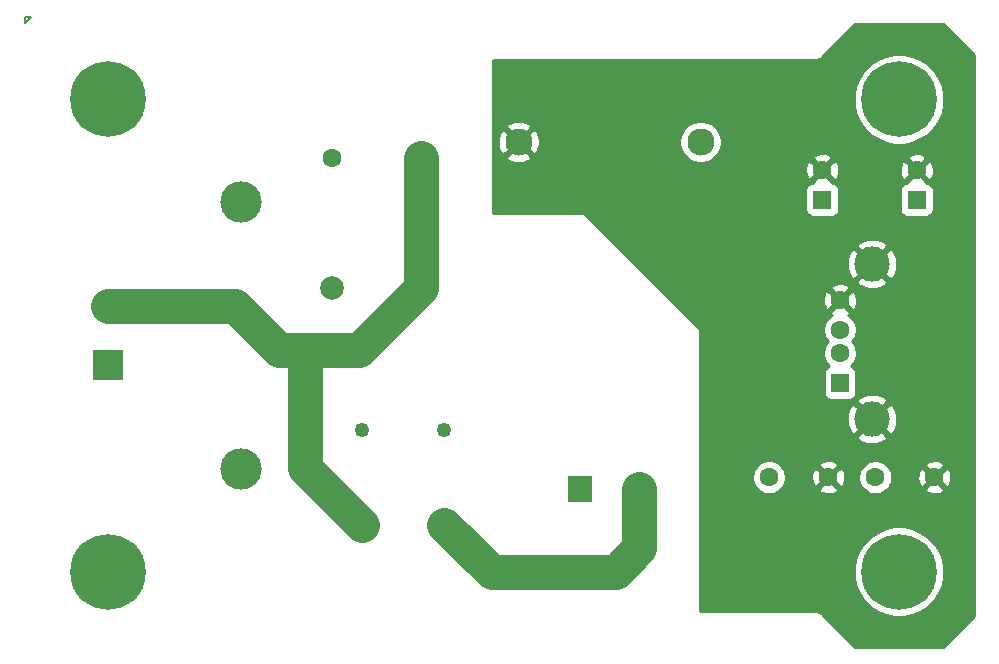
<source format=gbr>
%TF.GenerationSoftware,KiCad,Pcbnew,(5.1.7)-1*%
%TF.CreationDate,2021-03-19T19:49:46+01:00*%
%TF.ProjectId,LowNoise5V,4c6f774e-6f69-4736-9535-562e6b696361,rev?*%
%TF.SameCoordinates,Original*%
%TF.FileFunction,Copper,L1,Top*%
%TF.FilePolarity,Positive*%
%FSLAX46Y46*%
G04 Gerber Fmt 4.6, Leading zero omitted, Abs format (unit mm)*
G04 Created by KiCad (PCBNEW (5.1.7)-1) date 2021-03-19 19:49:46*
%MOMM*%
%LPD*%
G01*
G04 APERTURE LIST*
%TA.AperFunction,ComponentPad*%
%ADD10R,2.600000X2.600000*%
%TD*%
%TA.AperFunction,ComponentPad*%
%ADD11C,2.600000*%
%TD*%
%TA.AperFunction,ComponentPad*%
%ADD12C,3.500000*%
%TD*%
%TA.AperFunction,ComponentPad*%
%ADD13C,1.600000*%
%TD*%
%TA.AperFunction,ComponentPad*%
%ADD14R,1.500000X1.600000*%
%TD*%
%TA.AperFunction,ComponentPad*%
%ADD15C,3.000000*%
%TD*%
%TA.AperFunction,ComponentPad*%
%ADD16C,2.300000*%
%TD*%
%TA.AperFunction,ComponentPad*%
%ADD17R,2.000000X2.300000*%
%TD*%
%TA.AperFunction,ComponentPad*%
%ADD18C,6.400000*%
%TD*%
%TA.AperFunction,ComponentPad*%
%ADD19C,0.800000*%
%TD*%
%TA.AperFunction,ComponentPad*%
%ADD20C,1.250000*%
%TD*%
%TA.AperFunction,ComponentPad*%
%ADD21R,1.600000X1.600000*%
%TD*%
%TA.AperFunction,ComponentPad*%
%ADD22C,2.000000*%
%TD*%
%TA.AperFunction,Conductor*%
%ADD23C,0.200000*%
%TD*%
%TA.AperFunction,Conductor*%
%ADD24C,3.000000*%
%TD*%
%TA.AperFunction,Conductor*%
%ADD25C,0.254000*%
%TD*%
%TA.AperFunction,Conductor*%
%ADD26C,0.100000*%
%TD*%
G04 APERTURE END LIST*
D10*
%TO.P,J2,1*%
%TO.N,AC_Line*%
X7000000Y-29500000D03*
D11*
%TO.P,J2,2*%
%TO.N,AC_Neutral*%
X7000000Y-24500000D03*
%TD*%
D12*
%TO.P,F1,2*%
%TO.N,AC_Line*%
X18250000Y-15700000D03*
%TO.P,F1,1*%
%TO.N,Net-(C1-Pad1)*%
X18250000Y-38300000D03*
%TD*%
D13*
%TO.P,J1,4*%
%TO.N,GND*%
X69000000Y-24000000D03*
%TO.P,J1,3*%
%TO.N,Net-(J1-Pad3)*%
X69000000Y-26500000D03*
%TO.P,J1,2*%
%TO.N,Net-(J1-Pad2)*%
X69000000Y-28500000D03*
D14*
%TO.P,J1,1*%
%TO.N,+5V*%
X69000000Y-31000000D03*
D15*
%TO.P,J1,5*%
%TO.N,GND*%
X71710000Y-20930000D03*
X71710000Y-34070000D03*
%TD*%
D16*
%TO.P,PS1,4*%
%TO.N,+5V*%
X57200000Y-10600000D03*
%TO.P,PS1,2*%
%TO.N,Net-(FL1-Pad3)*%
X52000000Y-40000000D03*
D17*
%TO.P,PS1,1*%
%TO.N,Net-(FL1-Pad2)*%
X47000000Y-40000000D03*
D16*
%TO.P,PS1,3*%
%TO.N,GND*%
X41800000Y-10600000D03*
%TD*%
D18*
%TO.P,REF\u002A\u002A,1*%
%TO.N,N/C*%
X74000000Y-7000000D03*
D19*
X76400000Y-7000000D03*
X75697056Y-8697056D03*
X74000000Y-9400000D03*
X72302944Y-8697056D03*
X71600000Y-7000000D03*
X72302944Y-5302944D03*
X74000000Y-4600000D03*
X75697056Y-5302944D03*
%TD*%
%TO.P,REF\u002A\u002A,1*%
%TO.N,N/C*%
X75697056Y-45302944D03*
X74000000Y-44600000D03*
X72302944Y-45302944D03*
X71600000Y-47000000D03*
X72302944Y-48697056D03*
X74000000Y-49400000D03*
X75697056Y-48697056D03*
X76400000Y-47000000D03*
D18*
X74000000Y-47000000D03*
%TD*%
%TO.P,REF\u002A\u002A,1*%
%TO.N,N/C*%
X7000000Y-47000000D03*
D19*
X9400000Y-47000000D03*
X8697056Y-48697056D03*
X7000000Y-49400000D03*
X5302944Y-48697056D03*
X4600000Y-47000000D03*
X5302944Y-45302944D03*
X7000000Y-44600000D03*
X8697056Y-45302944D03*
%TD*%
%TO.P,REF\u002A\u002A,1*%
%TO.N,N/C*%
X8697056Y-5302944D03*
X7000000Y-4600000D03*
X5302944Y-5302944D03*
X4600000Y-7000000D03*
X5302944Y-8697056D03*
X7000000Y-9400000D03*
X8697056Y-8697056D03*
X9400000Y-7000000D03*
D18*
X7000000Y-7000000D03*
%TD*%
D20*
%TO.P,FL1,4*%
%TO.N,AC_Neutral*%
X28500000Y-43000000D03*
%TO.P,FL1,3*%
%TO.N,Net-(FL1-Pad3)*%
X35500000Y-43000000D03*
%TO.P,FL1,2*%
%TO.N,Net-(FL1-Pad2)*%
X35500000Y-35000000D03*
%TO.P,FL1,1*%
%TO.N,Net-(C1-Pad1)*%
X28500000Y-35000000D03*
%TD*%
D13*
%TO.P,RV1,2*%
%TO.N,AC_Neutral*%
X33500000Y-12000000D03*
%TO.P,RV1,1*%
%TO.N,Net-(C1-Pad1)*%
X26000000Y-12000000D03*
%TD*%
%TO.P,C3,2*%
%TO.N,GND*%
X67500000Y-13000000D03*
D21*
%TO.P,C3,1*%
%TO.N,+5V*%
X67500000Y-15500000D03*
%TD*%
D22*
%TO.P,C1,2*%
%TO.N,AC_Neutral*%
X33500000Y-23000000D03*
%TO.P,C1,1*%
%TO.N,Net-(C1-Pad1)*%
X26000000Y-23000000D03*
%TD*%
D13*
%TO.P,C5,2*%
%TO.N,GND*%
X77000000Y-39000000D03*
%TO.P,C5,1*%
%TO.N,+5V*%
X72000000Y-39000000D03*
%TD*%
%TO.P,C4,2*%
%TO.N,GND*%
X68000000Y-39000000D03*
%TO.P,C4,1*%
%TO.N,+5V*%
X63000000Y-39000000D03*
%TD*%
%TO.P,C2,2*%
%TO.N,GND*%
X75500000Y-13000000D03*
D21*
%TO.P,C2,1*%
%TO.N,+5V*%
X75500000Y-15500000D03*
%TD*%
D23*
%TO.N,*%
X0Y0D02*
X0Y-500000D01*
X500000Y0D02*
X0Y0D01*
X0Y-500000D02*
X500000Y0D01*
D24*
%TO.N,AC_Neutral*%
X7000000Y-24500000D02*
X17750000Y-24500000D01*
X17750000Y-24500000D02*
X21500000Y-28250000D01*
X33500000Y-12000000D02*
X33500000Y-23000000D01*
X33500000Y-23000000D02*
X28250000Y-28250000D01*
X28500000Y-43000000D02*
X23750000Y-38250000D01*
X23750000Y-38250000D02*
X23750000Y-28250000D01*
X23750000Y-28250000D02*
X21500000Y-28250000D01*
X28250000Y-28250000D02*
X23750000Y-28250000D01*
%TO.N,Net-(FL1-Pad3)*%
X52000000Y-40000000D02*
X52000000Y-45000000D01*
X52000000Y-45000000D02*
X50000000Y-47000000D01*
X39500000Y-47000000D02*
X35500000Y-43000000D01*
X50000000Y-47000000D02*
X39500000Y-47000000D01*
%TD*%
D25*
%TO.N,GND*%
X80340001Y-3273382D02*
X80340000Y-6967581D01*
X80340000Y-6967582D01*
X80340001Y-46967572D01*
X80340000Y-46967582D01*
X80340001Y-50726618D01*
X77726620Y-53340000D01*
X70273381Y-53340000D01*
X67489616Y-50556236D01*
X67468948Y-50531052D01*
X67368450Y-50448575D01*
X67253793Y-50387290D01*
X67129383Y-50349550D01*
X67032419Y-50340000D01*
X67032409Y-50340000D01*
X67000000Y-50336808D01*
X66967591Y-50340000D01*
X57127000Y-50340000D01*
X57127000Y-46622285D01*
X70165000Y-46622285D01*
X70165000Y-47377715D01*
X70312377Y-48118628D01*
X70601467Y-48816554D01*
X71021161Y-49444670D01*
X71555330Y-49978839D01*
X72183446Y-50398533D01*
X72881372Y-50687623D01*
X73622285Y-50835000D01*
X74377715Y-50835000D01*
X75118628Y-50687623D01*
X75816554Y-50398533D01*
X76444670Y-49978839D01*
X76978839Y-49444670D01*
X77398533Y-48816554D01*
X77687623Y-48118628D01*
X77835000Y-47377715D01*
X77835000Y-46622285D01*
X77687623Y-45881372D01*
X77398533Y-45183446D01*
X76978839Y-44555330D01*
X76444670Y-44021161D01*
X75816554Y-43601467D01*
X75118628Y-43312377D01*
X74377715Y-43165000D01*
X73622285Y-43165000D01*
X72881372Y-43312377D01*
X72183446Y-43601467D01*
X71555330Y-44021161D01*
X71021161Y-44555330D01*
X70601467Y-45183446D01*
X70312377Y-45881372D01*
X70165000Y-46622285D01*
X57127000Y-46622285D01*
X57127000Y-38858665D01*
X61565000Y-38858665D01*
X61565000Y-39141335D01*
X61620147Y-39418574D01*
X61728320Y-39679727D01*
X61885363Y-39914759D01*
X62085241Y-40114637D01*
X62320273Y-40271680D01*
X62581426Y-40379853D01*
X62858665Y-40435000D01*
X63141335Y-40435000D01*
X63418574Y-40379853D01*
X63679727Y-40271680D01*
X63914759Y-40114637D01*
X64036694Y-39992702D01*
X67186903Y-39992702D01*
X67258486Y-40236671D01*
X67513996Y-40357571D01*
X67788184Y-40426300D01*
X68070512Y-40440217D01*
X68350130Y-40398787D01*
X68616292Y-40303603D01*
X68741514Y-40236671D01*
X68813097Y-39992702D01*
X68000000Y-39179605D01*
X67186903Y-39992702D01*
X64036694Y-39992702D01*
X64114637Y-39914759D01*
X64271680Y-39679727D01*
X64379853Y-39418574D01*
X64435000Y-39141335D01*
X64435000Y-39070512D01*
X66559783Y-39070512D01*
X66601213Y-39350130D01*
X66696397Y-39616292D01*
X66763329Y-39741514D01*
X67007298Y-39813097D01*
X67820395Y-39000000D01*
X68179605Y-39000000D01*
X68992702Y-39813097D01*
X69236671Y-39741514D01*
X69357571Y-39486004D01*
X69426300Y-39211816D01*
X69440217Y-38929488D01*
X69429724Y-38858665D01*
X70565000Y-38858665D01*
X70565000Y-39141335D01*
X70620147Y-39418574D01*
X70728320Y-39679727D01*
X70885363Y-39914759D01*
X71085241Y-40114637D01*
X71320273Y-40271680D01*
X71581426Y-40379853D01*
X71858665Y-40435000D01*
X72141335Y-40435000D01*
X72418574Y-40379853D01*
X72679727Y-40271680D01*
X72914759Y-40114637D01*
X73036694Y-39992702D01*
X76186903Y-39992702D01*
X76258486Y-40236671D01*
X76513996Y-40357571D01*
X76788184Y-40426300D01*
X77070512Y-40440217D01*
X77350130Y-40398787D01*
X77616292Y-40303603D01*
X77741514Y-40236671D01*
X77813097Y-39992702D01*
X77000000Y-39179605D01*
X76186903Y-39992702D01*
X73036694Y-39992702D01*
X73114637Y-39914759D01*
X73271680Y-39679727D01*
X73379853Y-39418574D01*
X73435000Y-39141335D01*
X73435000Y-39070512D01*
X75559783Y-39070512D01*
X75601213Y-39350130D01*
X75696397Y-39616292D01*
X75763329Y-39741514D01*
X76007298Y-39813097D01*
X76820395Y-39000000D01*
X77179605Y-39000000D01*
X77992702Y-39813097D01*
X78236671Y-39741514D01*
X78357571Y-39486004D01*
X78426300Y-39211816D01*
X78440217Y-38929488D01*
X78398787Y-38649870D01*
X78303603Y-38383708D01*
X78236671Y-38258486D01*
X77992702Y-38186903D01*
X77179605Y-39000000D01*
X76820395Y-39000000D01*
X76007298Y-38186903D01*
X75763329Y-38258486D01*
X75642429Y-38513996D01*
X75573700Y-38788184D01*
X75559783Y-39070512D01*
X73435000Y-39070512D01*
X73435000Y-38858665D01*
X73379853Y-38581426D01*
X73271680Y-38320273D01*
X73114637Y-38085241D01*
X73036694Y-38007298D01*
X76186903Y-38007298D01*
X77000000Y-38820395D01*
X77813097Y-38007298D01*
X77741514Y-37763329D01*
X77486004Y-37642429D01*
X77211816Y-37573700D01*
X76929488Y-37559783D01*
X76649870Y-37601213D01*
X76383708Y-37696397D01*
X76258486Y-37763329D01*
X76186903Y-38007298D01*
X73036694Y-38007298D01*
X72914759Y-37885363D01*
X72679727Y-37728320D01*
X72418574Y-37620147D01*
X72141335Y-37565000D01*
X71858665Y-37565000D01*
X71581426Y-37620147D01*
X71320273Y-37728320D01*
X71085241Y-37885363D01*
X70885363Y-38085241D01*
X70728320Y-38320273D01*
X70620147Y-38581426D01*
X70565000Y-38858665D01*
X69429724Y-38858665D01*
X69398787Y-38649870D01*
X69303603Y-38383708D01*
X69236671Y-38258486D01*
X68992702Y-38186903D01*
X68179605Y-39000000D01*
X67820395Y-39000000D01*
X67007298Y-38186903D01*
X66763329Y-38258486D01*
X66642429Y-38513996D01*
X66573700Y-38788184D01*
X66559783Y-39070512D01*
X64435000Y-39070512D01*
X64435000Y-38858665D01*
X64379853Y-38581426D01*
X64271680Y-38320273D01*
X64114637Y-38085241D01*
X64036694Y-38007298D01*
X67186903Y-38007298D01*
X68000000Y-38820395D01*
X68813097Y-38007298D01*
X68741514Y-37763329D01*
X68486004Y-37642429D01*
X68211816Y-37573700D01*
X67929488Y-37559783D01*
X67649870Y-37601213D01*
X67383708Y-37696397D01*
X67258486Y-37763329D01*
X67186903Y-38007298D01*
X64036694Y-38007298D01*
X63914759Y-37885363D01*
X63679727Y-37728320D01*
X63418574Y-37620147D01*
X63141335Y-37565000D01*
X62858665Y-37565000D01*
X62581426Y-37620147D01*
X62320273Y-37728320D01*
X62085241Y-37885363D01*
X61885363Y-38085241D01*
X61728320Y-38320273D01*
X61620147Y-38581426D01*
X61565000Y-38858665D01*
X57127000Y-38858665D01*
X57127000Y-35561653D01*
X70397952Y-35561653D01*
X70553962Y-35877214D01*
X70928745Y-36068020D01*
X71333551Y-36182044D01*
X71752824Y-36214902D01*
X72170451Y-36165334D01*
X72570383Y-36035243D01*
X72866038Y-35877214D01*
X73022048Y-35561653D01*
X71710000Y-34249605D01*
X70397952Y-35561653D01*
X57127000Y-35561653D01*
X57127000Y-34112824D01*
X69565098Y-34112824D01*
X69614666Y-34530451D01*
X69744757Y-34930383D01*
X69902786Y-35226038D01*
X70218347Y-35382048D01*
X71530395Y-34070000D01*
X71889605Y-34070000D01*
X73201653Y-35382048D01*
X73517214Y-35226038D01*
X73708020Y-34851255D01*
X73822044Y-34446449D01*
X73854902Y-34027176D01*
X73805334Y-33609549D01*
X73675243Y-33209617D01*
X73517214Y-32913962D01*
X73201653Y-32757952D01*
X71889605Y-34070000D01*
X71530395Y-34070000D01*
X70218347Y-32757952D01*
X69902786Y-32913962D01*
X69711980Y-33288745D01*
X69597956Y-33693551D01*
X69565098Y-34112824D01*
X57127000Y-34112824D01*
X57127000Y-32578347D01*
X70397952Y-32578347D01*
X71710000Y-33890395D01*
X73022048Y-32578347D01*
X72866038Y-32262786D01*
X72491255Y-32071980D01*
X72086449Y-31957956D01*
X71667176Y-31925098D01*
X71249549Y-31974666D01*
X70849617Y-32104757D01*
X70553962Y-32262786D01*
X70397952Y-32578347D01*
X57127000Y-32578347D01*
X57127000Y-26500000D01*
X57124560Y-26475224D01*
X57117333Y-26451399D01*
X57105597Y-26429443D01*
X57089803Y-26410197D01*
X57038271Y-26358665D01*
X67565000Y-26358665D01*
X67565000Y-26641335D01*
X67620147Y-26918574D01*
X67728320Y-27179727D01*
X67885363Y-27414759D01*
X67970604Y-27500000D01*
X67885363Y-27585241D01*
X67728320Y-27820273D01*
X67620147Y-28081426D01*
X67565000Y-28358665D01*
X67565000Y-28641335D01*
X67620147Y-28918574D01*
X67728320Y-29179727D01*
X67885363Y-29414759D01*
X68063581Y-29592977D01*
X68005820Y-29610498D01*
X67895506Y-29669463D01*
X67798815Y-29748815D01*
X67719463Y-29845506D01*
X67660498Y-29955820D01*
X67624188Y-30075518D01*
X67611928Y-30200000D01*
X67611928Y-31800000D01*
X67624188Y-31924482D01*
X67660498Y-32044180D01*
X67719463Y-32154494D01*
X67798815Y-32251185D01*
X67895506Y-32330537D01*
X68005820Y-32389502D01*
X68125518Y-32425812D01*
X68250000Y-32438072D01*
X69750000Y-32438072D01*
X69874482Y-32425812D01*
X69994180Y-32389502D01*
X70104494Y-32330537D01*
X70201185Y-32251185D01*
X70280537Y-32154494D01*
X70339502Y-32044180D01*
X70375812Y-31924482D01*
X70388072Y-31800000D01*
X70388072Y-30200000D01*
X70375812Y-30075518D01*
X70339502Y-29955820D01*
X70280537Y-29845506D01*
X70201185Y-29748815D01*
X70104494Y-29669463D01*
X69994180Y-29610498D01*
X69936419Y-29592977D01*
X70114637Y-29414759D01*
X70271680Y-29179727D01*
X70379853Y-28918574D01*
X70435000Y-28641335D01*
X70435000Y-28358665D01*
X70379853Y-28081426D01*
X70271680Y-27820273D01*
X70114637Y-27585241D01*
X70029396Y-27500000D01*
X70114637Y-27414759D01*
X70271680Y-27179727D01*
X70379853Y-26918574D01*
X70435000Y-26641335D01*
X70435000Y-26358665D01*
X70379853Y-26081426D01*
X70271680Y-25820273D01*
X70114637Y-25585241D01*
X69914759Y-25385363D01*
X69714131Y-25251308D01*
X69741514Y-25236671D01*
X69813097Y-24992702D01*
X69000000Y-24179605D01*
X68186903Y-24992702D01*
X68258486Y-25236671D01*
X68287341Y-25250324D01*
X68085241Y-25385363D01*
X67885363Y-25585241D01*
X67728320Y-25820273D01*
X67620147Y-26081426D01*
X67565000Y-26358665D01*
X57038271Y-26358665D01*
X54750118Y-24070512D01*
X67559783Y-24070512D01*
X67601213Y-24350130D01*
X67696397Y-24616292D01*
X67763329Y-24741514D01*
X68007298Y-24813097D01*
X68820395Y-24000000D01*
X69179605Y-24000000D01*
X69992702Y-24813097D01*
X70236671Y-24741514D01*
X70357571Y-24486004D01*
X70426300Y-24211816D01*
X70440217Y-23929488D01*
X70398787Y-23649870D01*
X70303603Y-23383708D01*
X70236671Y-23258486D01*
X69992702Y-23186903D01*
X69179605Y-24000000D01*
X68820395Y-24000000D01*
X68007298Y-23186903D01*
X67763329Y-23258486D01*
X67642429Y-23513996D01*
X67573700Y-23788184D01*
X67559783Y-24070512D01*
X54750118Y-24070512D01*
X53686904Y-23007298D01*
X68186903Y-23007298D01*
X69000000Y-23820395D01*
X69813097Y-23007298D01*
X69741514Y-22763329D01*
X69486004Y-22642429D01*
X69211816Y-22573700D01*
X68929488Y-22559783D01*
X68649870Y-22601213D01*
X68383708Y-22696397D01*
X68258486Y-22763329D01*
X68186903Y-23007298D01*
X53686904Y-23007298D01*
X53101259Y-22421653D01*
X70397952Y-22421653D01*
X70553962Y-22737214D01*
X70928745Y-22928020D01*
X71333551Y-23042044D01*
X71752824Y-23074902D01*
X72170451Y-23025334D01*
X72570383Y-22895243D01*
X72866038Y-22737214D01*
X73022048Y-22421653D01*
X71710000Y-21109605D01*
X70397952Y-22421653D01*
X53101259Y-22421653D01*
X51652430Y-20972824D01*
X69565098Y-20972824D01*
X69614666Y-21390451D01*
X69744757Y-21790383D01*
X69902786Y-22086038D01*
X70218347Y-22242048D01*
X71530395Y-20930000D01*
X71889605Y-20930000D01*
X73201653Y-22242048D01*
X73517214Y-22086038D01*
X73708020Y-21711255D01*
X73822044Y-21306449D01*
X73854902Y-20887176D01*
X73805334Y-20469549D01*
X73675243Y-20069617D01*
X73517214Y-19773962D01*
X73201653Y-19617952D01*
X71889605Y-20930000D01*
X71530395Y-20930000D01*
X70218347Y-19617952D01*
X69902786Y-19773962D01*
X69711980Y-20148745D01*
X69597956Y-20553551D01*
X69565098Y-20972824D01*
X51652430Y-20972824D01*
X50117953Y-19438347D01*
X70397952Y-19438347D01*
X71710000Y-20750395D01*
X73022048Y-19438347D01*
X72866038Y-19122786D01*
X72491255Y-18931980D01*
X72086449Y-18817956D01*
X71667176Y-18785098D01*
X71249549Y-18834666D01*
X70849617Y-18964757D01*
X70553962Y-19122786D01*
X70397952Y-19438347D01*
X50117953Y-19438347D01*
X47339803Y-16660197D01*
X47320557Y-16644403D01*
X47298601Y-16632667D01*
X47274776Y-16625440D01*
X47250000Y-16623000D01*
X39627000Y-16623000D01*
X39627000Y-14700000D01*
X66061928Y-14700000D01*
X66061928Y-16300000D01*
X66074188Y-16424482D01*
X66110498Y-16544180D01*
X66169463Y-16654494D01*
X66248815Y-16751185D01*
X66345506Y-16830537D01*
X66455820Y-16889502D01*
X66575518Y-16925812D01*
X66700000Y-16938072D01*
X68300000Y-16938072D01*
X68424482Y-16925812D01*
X68544180Y-16889502D01*
X68654494Y-16830537D01*
X68751185Y-16751185D01*
X68830537Y-16654494D01*
X68889502Y-16544180D01*
X68925812Y-16424482D01*
X68938072Y-16300000D01*
X68938072Y-14700000D01*
X74061928Y-14700000D01*
X74061928Y-16300000D01*
X74074188Y-16424482D01*
X74110498Y-16544180D01*
X74169463Y-16654494D01*
X74248815Y-16751185D01*
X74345506Y-16830537D01*
X74455820Y-16889502D01*
X74575518Y-16925812D01*
X74700000Y-16938072D01*
X76300000Y-16938072D01*
X76424482Y-16925812D01*
X76544180Y-16889502D01*
X76654494Y-16830537D01*
X76751185Y-16751185D01*
X76830537Y-16654494D01*
X76889502Y-16544180D01*
X76925812Y-16424482D01*
X76938072Y-16300000D01*
X76938072Y-14700000D01*
X76925812Y-14575518D01*
X76889502Y-14455820D01*
X76830537Y-14345506D01*
X76751185Y-14248815D01*
X76654494Y-14169463D01*
X76544180Y-14110498D01*
X76424482Y-14074188D01*
X76300000Y-14061928D01*
X76292785Y-14061928D01*
X76313097Y-13992702D01*
X75500000Y-13179605D01*
X74686903Y-13992702D01*
X74707215Y-14061928D01*
X74700000Y-14061928D01*
X74575518Y-14074188D01*
X74455820Y-14110498D01*
X74345506Y-14169463D01*
X74248815Y-14248815D01*
X74169463Y-14345506D01*
X74110498Y-14455820D01*
X74074188Y-14575518D01*
X74061928Y-14700000D01*
X68938072Y-14700000D01*
X68925812Y-14575518D01*
X68889502Y-14455820D01*
X68830537Y-14345506D01*
X68751185Y-14248815D01*
X68654494Y-14169463D01*
X68544180Y-14110498D01*
X68424482Y-14074188D01*
X68300000Y-14061928D01*
X68292785Y-14061928D01*
X68313097Y-13992702D01*
X67500000Y-13179605D01*
X66686903Y-13992702D01*
X66707215Y-14061928D01*
X66700000Y-14061928D01*
X66575518Y-14074188D01*
X66455820Y-14110498D01*
X66345506Y-14169463D01*
X66248815Y-14248815D01*
X66169463Y-14345506D01*
X66110498Y-14455820D01*
X66074188Y-14575518D01*
X66061928Y-14700000D01*
X39627000Y-14700000D01*
X39627000Y-13070512D01*
X66059783Y-13070512D01*
X66101213Y-13350130D01*
X66196397Y-13616292D01*
X66263329Y-13741514D01*
X66507298Y-13813097D01*
X67320395Y-13000000D01*
X67679605Y-13000000D01*
X68492702Y-13813097D01*
X68736671Y-13741514D01*
X68857571Y-13486004D01*
X68926300Y-13211816D01*
X68933265Y-13070512D01*
X74059783Y-13070512D01*
X74101213Y-13350130D01*
X74196397Y-13616292D01*
X74263329Y-13741514D01*
X74507298Y-13813097D01*
X75320395Y-13000000D01*
X75679605Y-13000000D01*
X76492702Y-13813097D01*
X76736671Y-13741514D01*
X76857571Y-13486004D01*
X76926300Y-13211816D01*
X76940217Y-12929488D01*
X76898787Y-12649870D01*
X76803603Y-12383708D01*
X76736671Y-12258486D01*
X76492702Y-12186903D01*
X75679605Y-13000000D01*
X75320395Y-13000000D01*
X74507298Y-12186903D01*
X74263329Y-12258486D01*
X74142429Y-12513996D01*
X74073700Y-12788184D01*
X74059783Y-13070512D01*
X68933265Y-13070512D01*
X68940217Y-12929488D01*
X68898787Y-12649870D01*
X68803603Y-12383708D01*
X68736671Y-12258486D01*
X68492702Y-12186903D01*
X67679605Y-13000000D01*
X67320395Y-13000000D01*
X66507298Y-12186903D01*
X66263329Y-12258486D01*
X66142429Y-12513996D01*
X66073700Y-12788184D01*
X66059783Y-13070512D01*
X39627000Y-13070512D01*
X39627000Y-11842349D01*
X40737256Y-11842349D01*
X40851118Y-12122090D01*
X41166296Y-12277961D01*
X41505826Y-12369349D01*
X41856661Y-12392741D01*
X42205319Y-12347240D01*
X42538400Y-12234594D01*
X42748882Y-12122090D01*
X42862744Y-11842349D01*
X41800000Y-10779605D01*
X40737256Y-11842349D01*
X39627000Y-11842349D01*
X39627000Y-10656661D01*
X40007259Y-10656661D01*
X40052760Y-11005319D01*
X40165406Y-11338400D01*
X40277910Y-11548882D01*
X40557651Y-11662744D01*
X41620395Y-10600000D01*
X41979605Y-10600000D01*
X43042349Y-11662744D01*
X43322090Y-11548882D01*
X43477961Y-11233704D01*
X43569349Y-10894174D01*
X43592741Y-10543339D01*
X43577193Y-10424193D01*
X55415000Y-10424193D01*
X55415000Y-10775807D01*
X55483596Y-11120665D01*
X55618153Y-11445515D01*
X55813500Y-11737871D01*
X56062129Y-11986500D01*
X56354485Y-12181847D01*
X56679335Y-12316404D01*
X57024193Y-12385000D01*
X57375807Y-12385000D01*
X57720665Y-12316404D01*
X58045515Y-12181847D01*
X58306744Y-12007298D01*
X66686903Y-12007298D01*
X67500000Y-12820395D01*
X68313097Y-12007298D01*
X74686903Y-12007298D01*
X75500000Y-12820395D01*
X76313097Y-12007298D01*
X76241514Y-11763329D01*
X75986004Y-11642429D01*
X75711816Y-11573700D01*
X75429488Y-11559783D01*
X75149870Y-11601213D01*
X74883708Y-11696397D01*
X74758486Y-11763329D01*
X74686903Y-12007298D01*
X68313097Y-12007298D01*
X68241514Y-11763329D01*
X67986004Y-11642429D01*
X67711816Y-11573700D01*
X67429488Y-11559783D01*
X67149870Y-11601213D01*
X66883708Y-11696397D01*
X66758486Y-11763329D01*
X66686903Y-12007298D01*
X58306744Y-12007298D01*
X58337871Y-11986500D01*
X58586500Y-11737871D01*
X58781847Y-11445515D01*
X58916404Y-11120665D01*
X58985000Y-10775807D01*
X58985000Y-10424193D01*
X58916404Y-10079335D01*
X58781847Y-9754485D01*
X58586500Y-9462129D01*
X58337871Y-9213500D01*
X58045515Y-9018153D01*
X57720665Y-8883596D01*
X57375807Y-8815000D01*
X57024193Y-8815000D01*
X56679335Y-8883596D01*
X56354485Y-9018153D01*
X56062129Y-9213500D01*
X55813500Y-9462129D01*
X55618153Y-9754485D01*
X55483596Y-10079335D01*
X55415000Y-10424193D01*
X43577193Y-10424193D01*
X43547240Y-10194681D01*
X43434594Y-9861600D01*
X43322090Y-9651118D01*
X43042349Y-9537256D01*
X41979605Y-10600000D01*
X41620395Y-10600000D01*
X40557651Y-9537256D01*
X40277910Y-9651118D01*
X40122039Y-9966296D01*
X40030651Y-10305826D01*
X40007259Y-10656661D01*
X39627000Y-10656661D01*
X39627000Y-9357651D01*
X40737256Y-9357651D01*
X41800000Y-10420395D01*
X42862744Y-9357651D01*
X42748882Y-9077910D01*
X42433704Y-8922039D01*
X42094174Y-8830651D01*
X41743339Y-8807259D01*
X41394681Y-8852760D01*
X41061600Y-8965406D01*
X40851118Y-9077910D01*
X40737256Y-9357651D01*
X39627000Y-9357651D01*
X39627000Y-6622285D01*
X70165000Y-6622285D01*
X70165000Y-7377715D01*
X70312377Y-8118628D01*
X70601467Y-8816554D01*
X71021161Y-9444670D01*
X71555330Y-9978839D01*
X72183446Y-10398533D01*
X72881372Y-10687623D01*
X73622285Y-10835000D01*
X74377715Y-10835000D01*
X75118628Y-10687623D01*
X75816554Y-10398533D01*
X76444670Y-9978839D01*
X76978839Y-9444670D01*
X77398533Y-8816554D01*
X77687623Y-8118628D01*
X77835000Y-7377715D01*
X77835000Y-6622285D01*
X77687623Y-5881372D01*
X77398533Y-5183446D01*
X76978839Y-4555330D01*
X76444670Y-4021161D01*
X75816554Y-3601467D01*
X75118628Y-3312377D01*
X74377715Y-3165000D01*
X73622285Y-3165000D01*
X72881372Y-3312377D01*
X72183446Y-3601467D01*
X71555330Y-4021161D01*
X71021161Y-4555330D01*
X70601467Y-5183446D01*
X70312377Y-5881372D01*
X70165000Y-6622285D01*
X39627000Y-6622285D01*
X39627000Y-3660000D01*
X66967591Y-3660000D01*
X67000000Y-3663192D01*
X67032409Y-3660000D01*
X67032419Y-3660000D01*
X67129383Y-3650450D01*
X67253793Y-3612710D01*
X67368450Y-3551425D01*
X67468948Y-3468948D01*
X67489616Y-3443764D01*
X70273381Y-660000D01*
X77726620Y-660000D01*
X80340001Y-3273382D01*
%TA.AperFunction,Conductor*%
D26*
G36*
X80340001Y-3273382D02*
G01*
X80340000Y-6967581D01*
X80340000Y-6967582D01*
X80340001Y-46967572D01*
X80340000Y-46967582D01*
X80340001Y-50726618D01*
X77726620Y-53340000D01*
X70273381Y-53340000D01*
X67489616Y-50556236D01*
X67468948Y-50531052D01*
X67368450Y-50448575D01*
X67253793Y-50387290D01*
X67129383Y-50349550D01*
X67032419Y-50340000D01*
X67032409Y-50340000D01*
X67000000Y-50336808D01*
X66967591Y-50340000D01*
X57127000Y-50340000D01*
X57127000Y-46622285D01*
X70165000Y-46622285D01*
X70165000Y-47377715D01*
X70312377Y-48118628D01*
X70601467Y-48816554D01*
X71021161Y-49444670D01*
X71555330Y-49978839D01*
X72183446Y-50398533D01*
X72881372Y-50687623D01*
X73622285Y-50835000D01*
X74377715Y-50835000D01*
X75118628Y-50687623D01*
X75816554Y-50398533D01*
X76444670Y-49978839D01*
X76978839Y-49444670D01*
X77398533Y-48816554D01*
X77687623Y-48118628D01*
X77835000Y-47377715D01*
X77835000Y-46622285D01*
X77687623Y-45881372D01*
X77398533Y-45183446D01*
X76978839Y-44555330D01*
X76444670Y-44021161D01*
X75816554Y-43601467D01*
X75118628Y-43312377D01*
X74377715Y-43165000D01*
X73622285Y-43165000D01*
X72881372Y-43312377D01*
X72183446Y-43601467D01*
X71555330Y-44021161D01*
X71021161Y-44555330D01*
X70601467Y-45183446D01*
X70312377Y-45881372D01*
X70165000Y-46622285D01*
X57127000Y-46622285D01*
X57127000Y-38858665D01*
X61565000Y-38858665D01*
X61565000Y-39141335D01*
X61620147Y-39418574D01*
X61728320Y-39679727D01*
X61885363Y-39914759D01*
X62085241Y-40114637D01*
X62320273Y-40271680D01*
X62581426Y-40379853D01*
X62858665Y-40435000D01*
X63141335Y-40435000D01*
X63418574Y-40379853D01*
X63679727Y-40271680D01*
X63914759Y-40114637D01*
X64036694Y-39992702D01*
X67186903Y-39992702D01*
X67258486Y-40236671D01*
X67513996Y-40357571D01*
X67788184Y-40426300D01*
X68070512Y-40440217D01*
X68350130Y-40398787D01*
X68616292Y-40303603D01*
X68741514Y-40236671D01*
X68813097Y-39992702D01*
X68000000Y-39179605D01*
X67186903Y-39992702D01*
X64036694Y-39992702D01*
X64114637Y-39914759D01*
X64271680Y-39679727D01*
X64379853Y-39418574D01*
X64435000Y-39141335D01*
X64435000Y-39070512D01*
X66559783Y-39070512D01*
X66601213Y-39350130D01*
X66696397Y-39616292D01*
X66763329Y-39741514D01*
X67007298Y-39813097D01*
X67820395Y-39000000D01*
X68179605Y-39000000D01*
X68992702Y-39813097D01*
X69236671Y-39741514D01*
X69357571Y-39486004D01*
X69426300Y-39211816D01*
X69440217Y-38929488D01*
X69429724Y-38858665D01*
X70565000Y-38858665D01*
X70565000Y-39141335D01*
X70620147Y-39418574D01*
X70728320Y-39679727D01*
X70885363Y-39914759D01*
X71085241Y-40114637D01*
X71320273Y-40271680D01*
X71581426Y-40379853D01*
X71858665Y-40435000D01*
X72141335Y-40435000D01*
X72418574Y-40379853D01*
X72679727Y-40271680D01*
X72914759Y-40114637D01*
X73036694Y-39992702D01*
X76186903Y-39992702D01*
X76258486Y-40236671D01*
X76513996Y-40357571D01*
X76788184Y-40426300D01*
X77070512Y-40440217D01*
X77350130Y-40398787D01*
X77616292Y-40303603D01*
X77741514Y-40236671D01*
X77813097Y-39992702D01*
X77000000Y-39179605D01*
X76186903Y-39992702D01*
X73036694Y-39992702D01*
X73114637Y-39914759D01*
X73271680Y-39679727D01*
X73379853Y-39418574D01*
X73435000Y-39141335D01*
X73435000Y-39070512D01*
X75559783Y-39070512D01*
X75601213Y-39350130D01*
X75696397Y-39616292D01*
X75763329Y-39741514D01*
X76007298Y-39813097D01*
X76820395Y-39000000D01*
X77179605Y-39000000D01*
X77992702Y-39813097D01*
X78236671Y-39741514D01*
X78357571Y-39486004D01*
X78426300Y-39211816D01*
X78440217Y-38929488D01*
X78398787Y-38649870D01*
X78303603Y-38383708D01*
X78236671Y-38258486D01*
X77992702Y-38186903D01*
X77179605Y-39000000D01*
X76820395Y-39000000D01*
X76007298Y-38186903D01*
X75763329Y-38258486D01*
X75642429Y-38513996D01*
X75573700Y-38788184D01*
X75559783Y-39070512D01*
X73435000Y-39070512D01*
X73435000Y-38858665D01*
X73379853Y-38581426D01*
X73271680Y-38320273D01*
X73114637Y-38085241D01*
X73036694Y-38007298D01*
X76186903Y-38007298D01*
X77000000Y-38820395D01*
X77813097Y-38007298D01*
X77741514Y-37763329D01*
X77486004Y-37642429D01*
X77211816Y-37573700D01*
X76929488Y-37559783D01*
X76649870Y-37601213D01*
X76383708Y-37696397D01*
X76258486Y-37763329D01*
X76186903Y-38007298D01*
X73036694Y-38007298D01*
X72914759Y-37885363D01*
X72679727Y-37728320D01*
X72418574Y-37620147D01*
X72141335Y-37565000D01*
X71858665Y-37565000D01*
X71581426Y-37620147D01*
X71320273Y-37728320D01*
X71085241Y-37885363D01*
X70885363Y-38085241D01*
X70728320Y-38320273D01*
X70620147Y-38581426D01*
X70565000Y-38858665D01*
X69429724Y-38858665D01*
X69398787Y-38649870D01*
X69303603Y-38383708D01*
X69236671Y-38258486D01*
X68992702Y-38186903D01*
X68179605Y-39000000D01*
X67820395Y-39000000D01*
X67007298Y-38186903D01*
X66763329Y-38258486D01*
X66642429Y-38513996D01*
X66573700Y-38788184D01*
X66559783Y-39070512D01*
X64435000Y-39070512D01*
X64435000Y-38858665D01*
X64379853Y-38581426D01*
X64271680Y-38320273D01*
X64114637Y-38085241D01*
X64036694Y-38007298D01*
X67186903Y-38007298D01*
X68000000Y-38820395D01*
X68813097Y-38007298D01*
X68741514Y-37763329D01*
X68486004Y-37642429D01*
X68211816Y-37573700D01*
X67929488Y-37559783D01*
X67649870Y-37601213D01*
X67383708Y-37696397D01*
X67258486Y-37763329D01*
X67186903Y-38007298D01*
X64036694Y-38007298D01*
X63914759Y-37885363D01*
X63679727Y-37728320D01*
X63418574Y-37620147D01*
X63141335Y-37565000D01*
X62858665Y-37565000D01*
X62581426Y-37620147D01*
X62320273Y-37728320D01*
X62085241Y-37885363D01*
X61885363Y-38085241D01*
X61728320Y-38320273D01*
X61620147Y-38581426D01*
X61565000Y-38858665D01*
X57127000Y-38858665D01*
X57127000Y-35561653D01*
X70397952Y-35561653D01*
X70553962Y-35877214D01*
X70928745Y-36068020D01*
X71333551Y-36182044D01*
X71752824Y-36214902D01*
X72170451Y-36165334D01*
X72570383Y-36035243D01*
X72866038Y-35877214D01*
X73022048Y-35561653D01*
X71710000Y-34249605D01*
X70397952Y-35561653D01*
X57127000Y-35561653D01*
X57127000Y-34112824D01*
X69565098Y-34112824D01*
X69614666Y-34530451D01*
X69744757Y-34930383D01*
X69902786Y-35226038D01*
X70218347Y-35382048D01*
X71530395Y-34070000D01*
X71889605Y-34070000D01*
X73201653Y-35382048D01*
X73517214Y-35226038D01*
X73708020Y-34851255D01*
X73822044Y-34446449D01*
X73854902Y-34027176D01*
X73805334Y-33609549D01*
X73675243Y-33209617D01*
X73517214Y-32913962D01*
X73201653Y-32757952D01*
X71889605Y-34070000D01*
X71530395Y-34070000D01*
X70218347Y-32757952D01*
X69902786Y-32913962D01*
X69711980Y-33288745D01*
X69597956Y-33693551D01*
X69565098Y-34112824D01*
X57127000Y-34112824D01*
X57127000Y-32578347D01*
X70397952Y-32578347D01*
X71710000Y-33890395D01*
X73022048Y-32578347D01*
X72866038Y-32262786D01*
X72491255Y-32071980D01*
X72086449Y-31957956D01*
X71667176Y-31925098D01*
X71249549Y-31974666D01*
X70849617Y-32104757D01*
X70553962Y-32262786D01*
X70397952Y-32578347D01*
X57127000Y-32578347D01*
X57127000Y-26500000D01*
X57124560Y-26475224D01*
X57117333Y-26451399D01*
X57105597Y-26429443D01*
X57089803Y-26410197D01*
X57038271Y-26358665D01*
X67565000Y-26358665D01*
X67565000Y-26641335D01*
X67620147Y-26918574D01*
X67728320Y-27179727D01*
X67885363Y-27414759D01*
X67970604Y-27500000D01*
X67885363Y-27585241D01*
X67728320Y-27820273D01*
X67620147Y-28081426D01*
X67565000Y-28358665D01*
X67565000Y-28641335D01*
X67620147Y-28918574D01*
X67728320Y-29179727D01*
X67885363Y-29414759D01*
X68063581Y-29592977D01*
X68005820Y-29610498D01*
X67895506Y-29669463D01*
X67798815Y-29748815D01*
X67719463Y-29845506D01*
X67660498Y-29955820D01*
X67624188Y-30075518D01*
X67611928Y-30200000D01*
X67611928Y-31800000D01*
X67624188Y-31924482D01*
X67660498Y-32044180D01*
X67719463Y-32154494D01*
X67798815Y-32251185D01*
X67895506Y-32330537D01*
X68005820Y-32389502D01*
X68125518Y-32425812D01*
X68250000Y-32438072D01*
X69750000Y-32438072D01*
X69874482Y-32425812D01*
X69994180Y-32389502D01*
X70104494Y-32330537D01*
X70201185Y-32251185D01*
X70280537Y-32154494D01*
X70339502Y-32044180D01*
X70375812Y-31924482D01*
X70388072Y-31800000D01*
X70388072Y-30200000D01*
X70375812Y-30075518D01*
X70339502Y-29955820D01*
X70280537Y-29845506D01*
X70201185Y-29748815D01*
X70104494Y-29669463D01*
X69994180Y-29610498D01*
X69936419Y-29592977D01*
X70114637Y-29414759D01*
X70271680Y-29179727D01*
X70379853Y-28918574D01*
X70435000Y-28641335D01*
X70435000Y-28358665D01*
X70379853Y-28081426D01*
X70271680Y-27820273D01*
X70114637Y-27585241D01*
X70029396Y-27500000D01*
X70114637Y-27414759D01*
X70271680Y-27179727D01*
X70379853Y-26918574D01*
X70435000Y-26641335D01*
X70435000Y-26358665D01*
X70379853Y-26081426D01*
X70271680Y-25820273D01*
X70114637Y-25585241D01*
X69914759Y-25385363D01*
X69714131Y-25251308D01*
X69741514Y-25236671D01*
X69813097Y-24992702D01*
X69000000Y-24179605D01*
X68186903Y-24992702D01*
X68258486Y-25236671D01*
X68287341Y-25250324D01*
X68085241Y-25385363D01*
X67885363Y-25585241D01*
X67728320Y-25820273D01*
X67620147Y-26081426D01*
X67565000Y-26358665D01*
X57038271Y-26358665D01*
X54750118Y-24070512D01*
X67559783Y-24070512D01*
X67601213Y-24350130D01*
X67696397Y-24616292D01*
X67763329Y-24741514D01*
X68007298Y-24813097D01*
X68820395Y-24000000D01*
X69179605Y-24000000D01*
X69992702Y-24813097D01*
X70236671Y-24741514D01*
X70357571Y-24486004D01*
X70426300Y-24211816D01*
X70440217Y-23929488D01*
X70398787Y-23649870D01*
X70303603Y-23383708D01*
X70236671Y-23258486D01*
X69992702Y-23186903D01*
X69179605Y-24000000D01*
X68820395Y-24000000D01*
X68007298Y-23186903D01*
X67763329Y-23258486D01*
X67642429Y-23513996D01*
X67573700Y-23788184D01*
X67559783Y-24070512D01*
X54750118Y-24070512D01*
X53686904Y-23007298D01*
X68186903Y-23007298D01*
X69000000Y-23820395D01*
X69813097Y-23007298D01*
X69741514Y-22763329D01*
X69486004Y-22642429D01*
X69211816Y-22573700D01*
X68929488Y-22559783D01*
X68649870Y-22601213D01*
X68383708Y-22696397D01*
X68258486Y-22763329D01*
X68186903Y-23007298D01*
X53686904Y-23007298D01*
X53101259Y-22421653D01*
X70397952Y-22421653D01*
X70553962Y-22737214D01*
X70928745Y-22928020D01*
X71333551Y-23042044D01*
X71752824Y-23074902D01*
X72170451Y-23025334D01*
X72570383Y-22895243D01*
X72866038Y-22737214D01*
X73022048Y-22421653D01*
X71710000Y-21109605D01*
X70397952Y-22421653D01*
X53101259Y-22421653D01*
X51652430Y-20972824D01*
X69565098Y-20972824D01*
X69614666Y-21390451D01*
X69744757Y-21790383D01*
X69902786Y-22086038D01*
X70218347Y-22242048D01*
X71530395Y-20930000D01*
X71889605Y-20930000D01*
X73201653Y-22242048D01*
X73517214Y-22086038D01*
X73708020Y-21711255D01*
X73822044Y-21306449D01*
X73854902Y-20887176D01*
X73805334Y-20469549D01*
X73675243Y-20069617D01*
X73517214Y-19773962D01*
X73201653Y-19617952D01*
X71889605Y-20930000D01*
X71530395Y-20930000D01*
X70218347Y-19617952D01*
X69902786Y-19773962D01*
X69711980Y-20148745D01*
X69597956Y-20553551D01*
X69565098Y-20972824D01*
X51652430Y-20972824D01*
X50117953Y-19438347D01*
X70397952Y-19438347D01*
X71710000Y-20750395D01*
X73022048Y-19438347D01*
X72866038Y-19122786D01*
X72491255Y-18931980D01*
X72086449Y-18817956D01*
X71667176Y-18785098D01*
X71249549Y-18834666D01*
X70849617Y-18964757D01*
X70553962Y-19122786D01*
X70397952Y-19438347D01*
X50117953Y-19438347D01*
X47339803Y-16660197D01*
X47320557Y-16644403D01*
X47298601Y-16632667D01*
X47274776Y-16625440D01*
X47250000Y-16623000D01*
X39627000Y-16623000D01*
X39627000Y-14700000D01*
X66061928Y-14700000D01*
X66061928Y-16300000D01*
X66074188Y-16424482D01*
X66110498Y-16544180D01*
X66169463Y-16654494D01*
X66248815Y-16751185D01*
X66345506Y-16830537D01*
X66455820Y-16889502D01*
X66575518Y-16925812D01*
X66700000Y-16938072D01*
X68300000Y-16938072D01*
X68424482Y-16925812D01*
X68544180Y-16889502D01*
X68654494Y-16830537D01*
X68751185Y-16751185D01*
X68830537Y-16654494D01*
X68889502Y-16544180D01*
X68925812Y-16424482D01*
X68938072Y-16300000D01*
X68938072Y-14700000D01*
X74061928Y-14700000D01*
X74061928Y-16300000D01*
X74074188Y-16424482D01*
X74110498Y-16544180D01*
X74169463Y-16654494D01*
X74248815Y-16751185D01*
X74345506Y-16830537D01*
X74455820Y-16889502D01*
X74575518Y-16925812D01*
X74700000Y-16938072D01*
X76300000Y-16938072D01*
X76424482Y-16925812D01*
X76544180Y-16889502D01*
X76654494Y-16830537D01*
X76751185Y-16751185D01*
X76830537Y-16654494D01*
X76889502Y-16544180D01*
X76925812Y-16424482D01*
X76938072Y-16300000D01*
X76938072Y-14700000D01*
X76925812Y-14575518D01*
X76889502Y-14455820D01*
X76830537Y-14345506D01*
X76751185Y-14248815D01*
X76654494Y-14169463D01*
X76544180Y-14110498D01*
X76424482Y-14074188D01*
X76300000Y-14061928D01*
X76292785Y-14061928D01*
X76313097Y-13992702D01*
X75500000Y-13179605D01*
X74686903Y-13992702D01*
X74707215Y-14061928D01*
X74700000Y-14061928D01*
X74575518Y-14074188D01*
X74455820Y-14110498D01*
X74345506Y-14169463D01*
X74248815Y-14248815D01*
X74169463Y-14345506D01*
X74110498Y-14455820D01*
X74074188Y-14575518D01*
X74061928Y-14700000D01*
X68938072Y-14700000D01*
X68925812Y-14575518D01*
X68889502Y-14455820D01*
X68830537Y-14345506D01*
X68751185Y-14248815D01*
X68654494Y-14169463D01*
X68544180Y-14110498D01*
X68424482Y-14074188D01*
X68300000Y-14061928D01*
X68292785Y-14061928D01*
X68313097Y-13992702D01*
X67500000Y-13179605D01*
X66686903Y-13992702D01*
X66707215Y-14061928D01*
X66700000Y-14061928D01*
X66575518Y-14074188D01*
X66455820Y-14110498D01*
X66345506Y-14169463D01*
X66248815Y-14248815D01*
X66169463Y-14345506D01*
X66110498Y-14455820D01*
X66074188Y-14575518D01*
X66061928Y-14700000D01*
X39627000Y-14700000D01*
X39627000Y-13070512D01*
X66059783Y-13070512D01*
X66101213Y-13350130D01*
X66196397Y-13616292D01*
X66263329Y-13741514D01*
X66507298Y-13813097D01*
X67320395Y-13000000D01*
X67679605Y-13000000D01*
X68492702Y-13813097D01*
X68736671Y-13741514D01*
X68857571Y-13486004D01*
X68926300Y-13211816D01*
X68933265Y-13070512D01*
X74059783Y-13070512D01*
X74101213Y-13350130D01*
X74196397Y-13616292D01*
X74263329Y-13741514D01*
X74507298Y-13813097D01*
X75320395Y-13000000D01*
X75679605Y-13000000D01*
X76492702Y-13813097D01*
X76736671Y-13741514D01*
X76857571Y-13486004D01*
X76926300Y-13211816D01*
X76940217Y-12929488D01*
X76898787Y-12649870D01*
X76803603Y-12383708D01*
X76736671Y-12258486D01*
X76492702Y-12186903D01*
X75679605Y-13000000D01*
X75320395Y-13000000D01*
X74507298Y-12186903D01*
X74263329Y-12258486D01*
X74142429Y-12513996D01*
X74073700Y-12788184D01*
X74059783Y-13070512D01*
X68933265Y-13070512D01*
X68940217Y-12929488D01*
X68898787Y-12649870D01*
X68803603Y-12383708D01*
X68736671Y-12258486D01*
X68492702Y-12186903D01*
X67679605Y-13000000D01*
X67320395Y-13000000D01*
X66507298Y-12186903D01*
X66263329Y-12258486D01*
X66142429Y-12513996D01*
X66073700Y-12788184D01*
X66059783Y-13070512D01*
X39627000Y-13070512D01*
X39627000Y-11842349D01*
X40737256Y-11842349D01*
X40851118Y-12122090D01*
X41166296Y-12277961D01*
X41505826Y-12369349D01*
X41856661Y-12392741D01*
X42205319Y-12347240D01*
X42538400Y-12234594D01*
X42748882Y-12122090D01*
X42862744Y-11842349D01*
X41800000Y-10779605D01*
X40737256Y-11842349D01*
X39627000Y-11842349D01*
X39627000Y-10656661D01*
X40007259Y-10656661D01*
X40052760Y-11005319D01*
X40165406Y-11338400D01*
X40277910Y-11548882D01*
X40557651Y-11662744D01*
X41620395Y-10600000D01*
X41979605Y-10600000D01*
X43042349Y-11662744D01*
X43322090Y-11548882D01*
X43477961Y-11233704D01*
X43569349Y-10894174D01*
X43592741Y-10543339D01*
X43577193Y-10424193D01*
X55415000Y-10424193D01*
X55415000Y-10775807D01*
X55483596Y-11120665D01*
X55618153Y-11445515D01*
X55813500Y-11737871D01*
X56062129Y-11986500D01*
X56354485Y-12181847D01*
X56679335Y-12316404D01*
X57024193Y-12385000D01*
X57375807Y-12385000D01*
X57720665Y-12316404D01*
X58045515Y-12181847D01*
X58306744Y-12007298D01*
X66686903Y-12007298D01*
X67500000Y-12820395D01*
X68313097Y-12007298D01*
X74686903Y-12007298D01*
X75500000Y-12820395D01*
X76313097Y-12007298D01*
X76241514Y-11763329D01*
X75986004Y-11642429D01*
X75711816Y-11573700D01*
X75429488Y-11559783D01*
X75149870Y-11601213D01*
X74883708Y-11696397D01*
X74758486Y-11763329D01*
X74686903Y-12007298D01*
X68313097Y-12007298D01*
X68241514Y-11763329D01*
X67986004Y-11642429D01*
X67711816Y-11573700D01*
X67429488Y-11559783D01*
X67149870Y-11601213D01*
X66883708Y-11696397D01*
X66758486Y-11763329D01*
X66686903Y-12007298D01*
X58306744Y-12007298D01*
X58337871Y-11986500D01*
X58586500Y-11737871D01*
X58781847Y-11445515D01*
X58916404Y-11120665D01*
X58985000Y-10775807D01*
X58985000Y-10424193D01*
X58916404Y-10079335D01*
X58781847Y-9754485D01*
X58586500Y-9462129D01*
X58337871Y-9213500D01*
X58045515Y-9018153D01*
X57720665Y-8883596D01*
X57375807Y-8815000D01*
X57024193Y-8815000D01*
X56679335Y-8883596D01*
X56354485Y-9018153D01*
X56062129Y-9213500D01*
X55813500Y-9462129D01*
X55618153Y-9754485D01*
X55483596Y-10079335D01*
X55415000Y-10424193D01*
X43577193Y-10424193D01*
X43547240Y-10194681D01*
X43434594Y-9861600D01*
X43322090Y-9651118D01*
X43042349Y-9537256D01*
X41979605Y-10600000D01*
X41620395Y-10600000D01*
X40557651Y-9537256D01*
X40277910Y-9651118D01*
X40122039Y-9966296D01*
X40030651Y-10305826D01*
X40007259Y-10656661D01*
X39627000Y-10656661D01*
X39627000Y-9357651D01*
X40737256Y-9357651D01*
X41800000Y-10420395D01*
X42862744Y-9357651D01*
X42748882Y-9077910D01*
X42433704Y-8922039D01*
X42094174Y-8830651D01*
X41743339Y-8807259D01*
X41394681Y-8852760D01*
X41061600Y-8965406D01*
X40851118Y-9077910D01*
X40737256Y-9357651D01*
X39627000Y-9357651D01*
X39627000Y-6622285D01*
X70165000Y-6622285D01*
X70165000Y-7377715D01*
X70312377Y-8118628D01*
X70601467Y-8816554D01*
X71021161Y-9444670D01*
X71555330Y-9978839D01*
X72183446Y-10398533D01*
X72881372Y-10687623D01*
X73622285Y-10835000D01*
X74377715Y-10835000D01*
X75118628Y-10687623D01*
X75816554Y-10398533D01*
X76444670Y-9978839D01*
X76978839Y-9444670D01*
X77398533Y-8816554D01*
X77687623Y-8118628D01*
X77835000Y-7377715D01*
X77835000Y-6622285D01*
X77687623Y-5881372D01*
X77398533Y-5183446D01*
X76978839Y-4555330D01*
X76444670Y-4021161D01*
X75816554Y-3601467D01*
X75118628Y-3312377D01*
X74377715Y-3165000D01*
X73622285Y-3165000D01*
X72881372Y-3312377D01*
X72183446Y-3601467D01*
X71555330Y-4021161D01*
X71021161Y-4555330D01*
X70601467Y-5183446D01*
X70312377Y-5881372D01*
X70165000Y-6622285D01*
X39627000Y-6622285D01*
X39627000Y-3660000D01*
X66967591Y-3660000D01*
X67000000Y-3663192D01*
X67032409Y-3660000D01*
X67032419Y-3660000D01*
X67129383Y-3650450D01*
X67253793Y-3612710D01*
X67368450Y-3551425D01*
X67468948Y-3468948D01*
X67489616Y-3443764D01*
X70273381Y-660000D01*
X77726620Y-660000D01*
X80340001Y-3273382D01*
G37*
%TD.AperFunction*%
%TD*%
M02*

</source>
